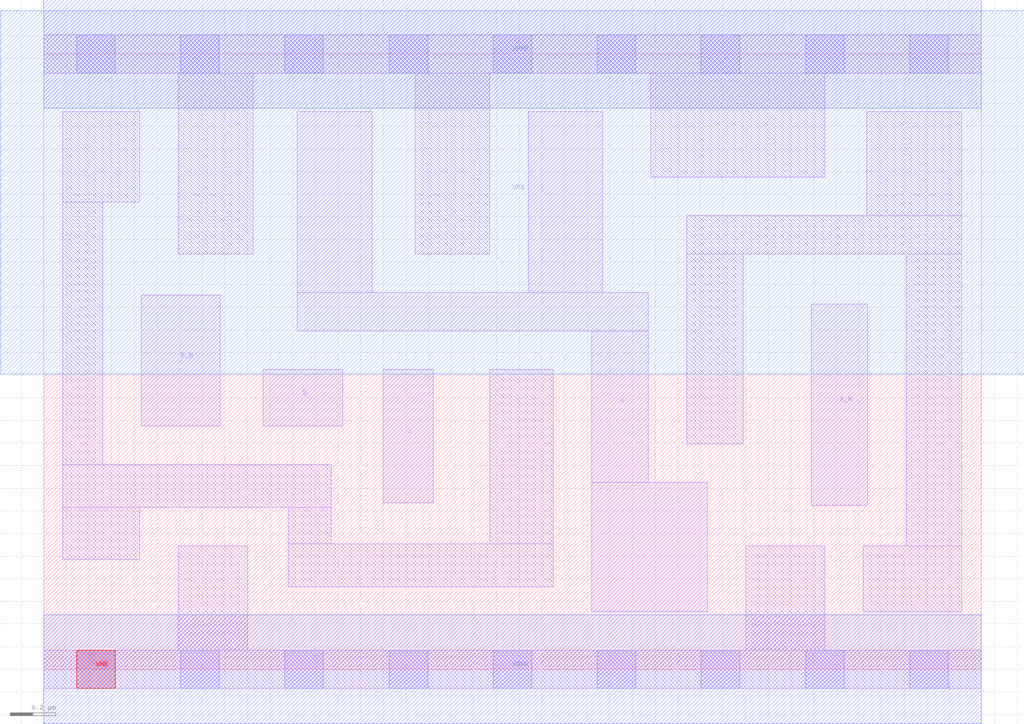
<source format=lef>
# Copyright 2020 The SkyWater PDK Authors
#
# Licensed under the Apache License, Version 2.0 (the "License");
# you may not use this file except in compliance with the License.
# You may obtain a copy of the License at
#
#     https://www.apache.org/licenses/LICENSE-2.0
#
# Unless required by applicable law or agreed to in writing, software
# distributed under the License is distributed on an "AS IS" BASIS,
# WITHOUT WARRANTIES OR CONDITIONS OF ANY KIND, either express or implied.
# See the License for the specific language governing permissions and
# limitations under the License.
#
# SPDX-License-Identifier: Apache-2.0

VERSION 5.7 ;
  NOWIREEXTENSIONATPIN ON ;
  DIVIDERCHAR "/" ;
  BUSBITCHARS "[]" ;
MACRO sky130_fd_sc_hd__nand4bb_1
  CLASS CORE ;
  FOREIGN sky130_fd_sc_hd__nand4bb_1 ;
  ORIGIN  0.000000  0.000000 ;
  SIZE  4.140000 BY  2.720000 ;
  SYMMETRY X Y R90 ;
  SITE unithd ;
  PIN A_N
    ANTENNAGATEAREA  0.126000 ;
    DIRECTION INPUT ;
    USE SIGNAL ;
    PORT
      LAYER li1 ;
        RECT 3.390000 0.725000 3.640000 1.615000 ;
    END
  END A_N
  PIN B_N
    ANTENNAGATEAREA  0.126000 ;
    DIRECTION INPUT ;
    USE SIGNAL ;
    PORT
      LAYER li1 ;
        RECT 0.430000 1.075000 0.780000 1.655000 ;
    END
  END B_N
  PIN C
    ANTENNAGATEAREA  0.247500 ;
    DIRECTION INPUT ;
    USE SIGNAL ;
    PORT
      LAYER li1 ;
        RECT 1.500000 0.735000 1.720000 1.325000 ;
    END
  END C
  PIN D
    ANTENNAGATEAREA  0.247500 ;
    DIRECTION INPUT ;
    USE SIGNAL ;
    PORT
      LAYER li1 ;
        RECT 0.970000 1.075000 1.320000 1.325000 ;
    END
  END D
  PIN Y
    ANTENNADIFFAREA  0.909000 ;
    DIRECTION OUTPUT ;
    USE SIGNAL ;
    PORT
      LAYER li1 ;
        RECT 1.120000 1.495000 2.670000 1.665000 ;
        RECT 1.120000 1.665000 1.450000 2.465000 ;
        RECT 2.140000 1.665000 2.470000 2.465000 ;
        RECT 2.420000 0.255000 2.930000 0.825000 ;
        RECT 2.420000 0.825000 2.670000 1.495000 ;
    END
  END Y
  PIN VGND
    DIRECTION INOUT ;
    SHAPE ABUTMENT ;
    USE GROUND ;
    PORT
      LAYER met1 ;
        RECT 0.000000 -0.240000 4.140000 0.240000 ;
    END
  END VGND
  PIN VNB
    DIRECTION INOUT ;
    USE GROUND ;
    PORT
      LAYER pwell ;
        RECT 0.145000 -0.085000 0.315000 0.085000 ;
    END
  END VNB
  PIN VPB
    DIRECTION INOUT ;
    USE POWER ;
    PORT
      LAYER nwell ;
        RECT -0.190000 1.305000 4.330000 2.910000 ;
    END
  END VPB
  PIN VPWR
    DIRECTION INOUT ;
    SHAPE ABUTMENT ;
    USE POWER ;
    PORT
      LAYER met1 ;
        RECT 0.000000 2.480000 4.140000 2.960000 ;
    END
  END VPWR
  OBS
    LAYER li1 ;
      RECT 0.000000 -0.085000 4.140000 0.085000 ;
      RECT 0.000000  2.635000 4.140000 2.805000 ;
      RECT 0.085000  0.485000 0.425000 0.715000 ;
      RECT 0.085000  0.715000 1.270000 0.905000 ;
      RECT 0.085000  0.905000 0.260000 2.065000 ;
      RECT 0.085000  2.065000 0.425000 2.465000 ;
      RECT 0.595000  0.085000 0.900000 0.545000 ;
      RECT 0.595000  1.835000 0.925000 2.635000 ;
      RECT 1.080000  0.365000 2.250000 0.555000 ;
      RECT 1.080000  0.555000 1.270000 0.715000 ;
      RECT 1.640000  1.835000 1.970000 2.635000 ;
      RECT 1.970000  0.555000 2.250000 1.325000 ;
      RECT 2.680000  2.175000 3.450000 2.635000 ;
      RECT 2.840000  0.995000 3.090000 1.835000 ;
      RECT 2.840000  1.835000 4.055000 2.005000 ;
      RECT 3.100000  0.085000 3.450000 0.545000 ;
      RECT 3.620000  0.255000 4.055000 0.545000 ;
      RECT 3.635000  2.005000 4.055000 2.465000 ;
      RECT 3.810000  0.545000 4.055000 1.835000 ;
    LAYER mcon ;
      RECT 0.145000 -0.085000 0.315000 0.085000 ;
      RECT 0.145000  2.635000 0.315000 2.805000 ;
      RECT 0.605000 -0.085000 0.775000 0.085000 ;
      RECT 0.605000  2.635000 0.775000 2.805000 ;
      RECT 1.065000 -0.085000 1.235000 0.085000 ;
      RECT 1.065000  2.635000 1.235000 2.805000 ;
      RECT 1.525000 -0.085000 1.695000 0.085000 ;
      RECT 1.525000  2.635000 1.695000 2.805000 ;
      RECT 1.985000 -0.085000 2.155000 0.085000 ;
      RECT 1.985000  2.635000 2.155000 2.805000 ;
      RECT 2.445000 -0.085000 2.615000 0.085000 ;
      RECT 2.445000  2.635000 2.615000 2.805000 ;
      RECT 2.905000 -0.085000 3.075000 0.085000 ;
      RECT 2.905000  2.635000 3.075000 2.805000 ;
      RECT 3.365000 -0.085000 3.535000 0.085000 ;
      RECT 3.365000  2.635000 3.535000 2.805000 ;
      RECT 3.825000 -0.085000 3.995000 0.085000 ;
      RECT 3.825000  2.635000 3.995000 2.805000 ;
  END
END sky130_fd_sc_hd__nand4bb_1
END LIBRARY

</source>
